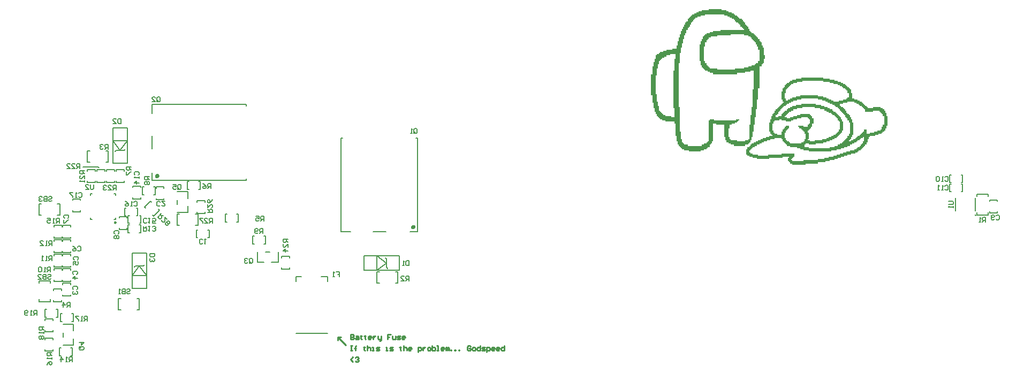
<source format=gbo>
G04*
G04 #@! TF.GenerationSoftware,Altium Limited,Altium Designer,23.0.1 (38)*
G04*
G04 Layer_Color=8421504*
%FSLAX44Y44*%
%MOMM*%
G71*
G04*
G04 #@! TF.SameCoordinates,8AFF7610-CFF1-491F-A99F-289BE66ABFEC*
G04*
G04*
G04 #@! TF.FilePolarity,Positive*
G04*
G01*
G75*
%ADD12C,0.2540*%
%ADD13C,0.1524*%
%ADD14C,0.1270*%
%ADD87C,0.6350*%
G36*
X203940Y284848D02*
X210923D01*
Y283102D01*
X214414D01*
Y281357D01*
X219651D01*
Y279611D01*
X223142D01*
Y277865D01*
X224888D01*
Y276120D01*
X228379D01*
Y274374D01*
X230125D01*
Y272628D01*
X231871D01*
Y270883D01*
X235362D01*
Y269137D01*
X237108D01*
Y267391D01*
X238853D01*
Y265646D01*
X240599D01*
Y262155D01*
X242344D01*
Y260409D01*
X244090D01*
Y258663D01*
X245836D01*
Y255172D01*
X247581D01*
Y251681D01*
X249327D01*
Y249935D01*
X251073D01*
Y248189D01*
X254564D01*
Y246444D01*
X256310D01*
Y244698D01*
X258055D01*
Y242952D01*
X259801D01*
Y241207D01*
X261546D01*
Y239461D01*
X263292D01*
Y235970D01*
X265038D01*
Y234224D01*
X266783D01*
Y228987D01*
X268529D01*
Y225496D01*
X270275D01*
Y213277D01*
X272020D01*
Y208040D01*
X270275D01*
Y201057D01*
X268529D01*
Y199312D01*
X266783D01*
Y195820D01*
X263292D01*
Y160907D01*
X261546D01*
Y143451D01*
X259801D01*
Y127740D01*
X258055D01*
Y115521D01*
X256310D01*
Y103301D01*
X254564D01*
Y92828D01*
X252818D01*
Y84100D01*
X251073D01*
Y78863D01*
X249327D01*
Y75371D01*
X247581D01*
Y73626D01*
X245836D01*
Y71880D01*
X240599D01*
Y70134D01*
X223142D01*
Y71880D01*
X217906D01*
Y73626D01*
X214414D01*
Y75371D01*
X210923D01*
Y78863D01*
X209177D01*
Y84100D01*
X207432D01*
Y103301D01*
X195212D01*
Y105047D01*
X189975D01*
Y77117D01*
X188230D01*
Y73626D01*
X186484D01*
Y71880D01*
X184738D01*
Y68389D01*
X181247D01*
Y66643D01*
X179501D01*
Y64897D01*
X176010D01*
Y63152D01*
X170773D01*
Y61406D01*
X151571D01*
Y63152D01*
X144589D01*
Y64897D01*
X141097D01*
Y66643D01*
X139352D01*
Y68389D01*
X137606D01*
Y70134D01*
X135861D01*
Y71880D01*
X134115D01*
Y77117D01*
X132369D01*
Y85845D01*
X130624D01*
Y105047D01*
X128878D01*
Y108538D01*
X114913D01*
Y110284D01*
X109676D01*
Y112030D01*
X106185D01*
Y113775D01*
X104439D01*
Y115521D01*
X102694D01*
Y117267D01*
X100948D01*
Y120758D01*
X99202D01*
Y124249D01*
X97457D01*
Y129486D01*
X95711D01*
Y138214D01*
X93965D01*
Y150434D01*
X92220D01*
Y183601D01*
X93965D01*
Y195820D01*
X95711D01*
Y202803D01*
X97457D01*
Y208040D01*
X99202D01*
Y213277D01*
X100948D01*
Y215022D01*
X104439D01*
Y216768D01*
X106185D01*
Y218514D01*
X111422D01*
Y220259D01*
X116659D01*
Y222005D01*
X125387D01*
Y223750D01*
X132369D01*
Y228987D01*
X134115D01*
Y235970D01*
X135861D01*
Y241207D01*
X137606D01*
Y246444D01*
X139352D01*
Y251681D01*
X141097D01*
Y255172D01*
X142843D01*
Y258663D01*
X144589D01*
Y262155D01*
X146334D01*
Y265646D01*
X148080D01*
Y267391D01*
X149826D01*
Y270883D01*
X151571D01*
Y272628D01*
X153317D01*
Y274374D01*
X155063D01*
Y276120D01*
X156808D01*
Y277865D01*
X160299D01*
Y279611D01*
X163791D01*
Y281357D01*
X167282D01*
Y283102D01*
X172519D01*
Y284848D01*
X182993D01*
Y286593D01*
X203940D01*
Y284848D01*
D02*
G37*
G36*
X364539Y176618D02*
X375013D01*
Y174873D01*
X381995D01*
Y173127D01*
X387232D01*
Y171381D01*
X392469D01*
Y169636D01*
X395961D01*
Y167890D01*
X399452D01*
Y166144D01*
X401197D01*
Y164399D01*
X402943D01*
Y162653D01*
X404689D01*
Y160907D01*
X406434D01*
Y159162D01*
X408180D01*
Y153925D01*
X409926D01*
Y145197D01*
X413417D01*
Y143451D01*
X418654D01*
Y141706D01*
X422145D01*
Y139960D01*
X425636D01*
Y138214D01*
X427382D01*
Y136469D01*
X429128D01*
Y134723D01*
X430873D01*
Y132977D01*
X432619D01*
Y131232D01*
X434365D01*
Y129486D01*
X443093D01*
Y131232D01*
X455312D01*
Y129486D01*
X458803D01*
Y127740D01*
X460549D01*
Y125995D01*
X462295D01*
Y122503D01*
X464040D01*
Y117267D01*
X465786D01*
Y101556D01*
X464040D01*
Y98065D01*
X462295D01*
Y94573D01*
X460549D01*
Y92828D01*
X458803D01*
Y91082D01*
X457058D01*
Y89336D01*
X451821D01*
Y87591D01*
X446584D01*
Y85845D01*
X437856D01*
Y84100D01*
X436110D01*
Y80608D01*
X434365D01*
Y75371D01*
X432619D01*
Y71880D01*
X430873D01*
Y70134D01*
X429128D01*
Y68389D01*
X427382D01*
Y66643D01*
X425636D01*
Y64897D01*
X423891D01*
Y63152D01*
X420399D01*
Y61406D01*
X418654D01*
Y59661D01*
X415163D01*
Y57915D01*
X408180D01*
Y56169D01*
X402943D01*
Y54424D01*
X397706D01*
Y52678D01*
X392469D01*
Y50932D01*
X387232D01*
Y49187D01*
X381995D01*
Y47441D01*
X375013D01*
Y45696D01*
X368030D01*
Y43950D01*
X355811D01*
Y42204D01*
X336609D01*
Y40459D01*
X315661D01*
Y42204D01*
X312170D01*
Y43950D01*
X310424D01*
Y45696D01*
X308679D01*
Y50932D01*
X310424D01*
Y52678D01*
X299951D01*
Y50932D01*
X279003D01*
Y49187D01*
X259801D01*
Y50932D01*
X252818D01*
Y52678D01*
X247581D01*
Y54424D01*
X244090D01*
Y56169D01*
X242344D01*
Y64897D01*
X244090D01*
Y68389D01*
X247581D01*
Y70134D01*
X249327D01*
Y71880D01*
X251073D01*
Y73626D01*
X254564D01*
Y75371D01*
X258055D01*
Y77117D01*
X261546D01*
Y78863D01*
X265038D01*
Y80608D01*
X268529D01*
Y82354D01*
X273766D01*
Y84100D01*
X279003D01*
Y85845D01*
X284240D01*
Y87591D01*
X282494D01*
Y89336D01*
X280749D01*
Y92828D01*
X279003D01*
Y106793D01*
X280749D01*
Y112030D01*
X282494D01*
Y117267D01*
X284240D01*
Y120758D01*
X285985D01*
Y122503D01*
X287731D01*
Y125995D01*
X289477D01*
Y127740D01*
X291222D01*
Y129486D01*
X292968D01*
Y131232D01*
X294714D01*
Y132977D01*
X296459D01*
Y134723D01*
X298205D01*
Y136469D01*
X299951D01*
Y138214D01*
X301696D01*
Y139960D01*
X299951D01*
Y143451D01*
X298205D01*
Y155671D01*
X299951D01*
Y160907D01*
X301696D01*
Y162653D01*
X303442D01*
Y166144D01*
X305187D01*
Y167890D01*
X306933D01*
Y169636D01*
X310424D01*
Y171381D01*
X312170D01*
Y173127D01*
X315661D01*
Y174873D01*
X320898D01*
Y176618D01*
X329626D01*
Y178364D01*
X364539D01*
Y176618D01*
D02*
G37*
%LPC*%
G36*
X238853Y246444D02*
X217906D01*
Y244698D01*
X196958D01*
Y242952D01*
X186484D01*
Y241207D01*
X182993D01*
Y239461D01*
X181247D01*
Y237716D01*
X179501D01*
Y234224D01*
X177756D01*
Y227242D01*
X176010D01*
Y204548D01*
X177756D01*
Y201057D01*
X179501D01*
Y197566D01*
X181247D01*
Y195820D01*
X182993D01*
Y194075D01*
X184738D01*
Y192329D01*
X196958D01*
Y190583D01*
X224888D01*
Y192329D01*
X238853D01*
Y194075D01*
X245836D01*
Y195820D01*
X251073D01*
Y197566D01*
X256310D01*
Y199312D01*
X258055D01*
Y201057D01*
X261546D01*
Y204548D01*
X263292D01*
Y222005D01*
X261546D01*
Y227242D01*
X259801D01*
Y230733D01*
X258055D01*
Y234224D01*
X256310D01*
Y235970D01*
X254564D01*
Y237716D01*
X252818D01*
Y239461D01*
X251073D01*
Y241207D01*
X249327D01*
Y242952D01*
X245836D01*
Y244698D01*
X238853D01*
Y246444D01*
D02*
G37*
G36*
X130624Y215022D02*
X121896D01*
Y213277D01*
X116659D01*
Y211531D01*
X113167D01*
Y209785D01*
X109676D01*
Y208040D01*
X107930D01*
Y206294D01*
X106185D01*
Y204548D01*
X104439D01*
Y199312D01*
X102694D01*
Y192329D01*
X100948D01*
Y181855D01*
X99202D01*
Y152179D01*
X100948D01*
Y139960D01*
X102694D01*
Y132977D01*
X104439D01*
Y125995D01*
X106185D01*
Y124249D01*
X107930D01*
Y122503D01*
X109676D01*
Y120758D01*
X111422D01*
Y119012D01*
X114913D01*
Y117267D01*
X123641D01*
Y115521D01*
X128878D01*
Y129486D01*
X127132D01*
Y188838D01*
X128878D01*
Y208040D01*
X130624D01*
Y215022D01*
D02*
G37*
G36*
X207432Y277865D02*
X177756D01*
Y276120D01*
X170773D01*
Y274374D01*
X165536D01*
Y272628D01*
X162045D01*
Y270883D01*
X160299D01*
Y269137D01*
X158554D01*
Y267391D01*
X156808D01*
Y265646D01*
X155063D01*
Y262155D01*
X153317D01*
Y258663D01*
X151571D01*
Y256918D01*
X149826D01*
Y253426D01*
X148080D01*
Y248189D01*
X146334D01*
Y244698D01*
X144589D01*
Y239461D01*
X142843D01*
Y232479D01*
X141097D01*
Y225496D01*
X139352D01*
Y216768D01*
X137606D01*
Y201057D01*
X135861D01*
Y131232D01*
X137606D01*
Y92828D01*
X139352D01*
Y80608D01*
X141097D01*
Y75371D01*
X142843D01*
Y73626D01*
X144589D01*
Y71880D01*
X149826D01*
Y70134D01*
X172519D01*
Y71880D01*
X176010D01*
Y73626D01*
X179501D01*
Y75371D01*
X181247D01*
Y77117D01*
X182993D01*
Y110284D01*
X184738D01*
Y112030D01*
X191721D01*
Y110284D01*
X226634D01*
Y112030D01*
X231871D01*
Y110284D01*
X230125D01*
Y108538D01*
X228379D01*
Y106793D01*
X224888D01*
Y105047D01*
X219651D01*
Y103301D01*
X216160D01*
Y98065D01*
X214414D01*
Y84100D01*
X216160D01*
Y80608D01*
X217906D01*
Y78863D01*
X228379D01*
Y77117D01*
X240599D01*
Y78863D01*
X245836D01*
Y80608D01*
X247581D01*
Y103301D01*
X249327D01*
Y119012D01*
X251073D01*
Y131232D01*
X252818D01*
Y159162D01*
X254564D01*
Y188838D01*
X249327D01*
Y187092D01*
X240599D01*
Y185346D01*
X228379D01*
Y183601D01*
X189975D01*
Y185346D01*
X184738D01*
Y187092D01*
X181247D01*
Y188838D01*
X177756D01*
Y190583D01*
X176010D01*
Y192329D01*
X174265D01*
Y194075D01*
X172519D01*
Y197566D01*
X170773D01*
Y204548D01*
X169028D01*
Y230733D01*
X170773D01*
Y235970D01*
X172519D01*
Y239461D01*
X174265D01*
Y242952D01*
X176010D01*
Y244698D01*
X177756D01*
Y246444D01*
X179501D01*
Y248189D01*
X184738D01*
Y249935D01*
X189975D01*
Y251681D01*
X202195D01*
Y253426D01*
X238853D01*
Y255172D01*
X237108D01*
Y256918D01*
X235362D01*
Y258663D01*
X233616D01*
Y262155D01*
X231871D01*
Y263900D01*
X230125D01*
Y265646D01*
X226634D01*
Y267391D01*
X224888D01*
Y269137D01*
X223142D01*
Y270883D01*
X219651D01*
Y272628D01*
X216160D01*
Y274374D01*
X212669D01*
Y276120D01*
X207432D01*
Y277865D01*
D02*
G37*
G36*
X364539Y173127D02*
X331372D01*
Y171381D01*
X322644D01*
Y169636D01*
X317407D01*
Y167890D01*
X313916D01*
Y166144D01*
X312170D01*
Y164399D01*
X310424D01*
Y162653D01*
X308679D01*
Y160907D01*
X306933D01*
Y159162D01*
X305187D01*
Y153925D01*
X303442D01*
Y145197D01*
X305187D01*
Y141706D01*
X308679D01*
Y143451D01*
X312170D01*
Y145197D01*
X315661D01*
Y146942D01*
X320898D01*
Y148688D01*
X327881D01*
Y150434D01*
X355811D01*
Y148688D01*
X364539D01*
Y146942D01*
X369776D01*
Y145197D01*
X373267D01*
Y143451D01*
X376758D01*
Y141706D01*
X380250D01*
Y139960D01*
X388978D01*
Y141706D01*
X395961D01*
Y143451D01*
X401197D01*
Y145197D01*
X402943D01*
Y146942D01*
X404689D01*
Y153925D01*
X402943D01*
Y157416D01*
X401197D01*
Y159162D01*
X399452D01*
Y160907D01*
X395961D01*
Y162653D01*
X394215D01*
Y164399D01*
X390724D01*
Y166144D01*
X387232D01*
Y167890D01*
X380250D01*
Y169636D01*
X375013D01*
Y171381D01*
X364539D01*
Y173127D01*
D02*
G37*
G36*
X340100Y115521D02*
X329626D01*
Y113775D01*
X322644D01*
Y112030D01*
X317407D01*
Y110284D01*
X313916D01*
Y108538D01*
X305187D01*
Y110284D01*
X298205D01*
Y112030D01*
X294714D01*
Y110284D01*
X287731D01*
Y108538D01*
X285985D01*
Y105047D01*
X284240D01*
Y94573D01*
X285985D01*
Y91082D01*
X287731D01*
Y89336D01*
X291222D01*
Y87591D01*
X298205D01*
Y92828D01*
X299951D01*
Y96319D01*
X301696D01*
Y98065D01*
X303442D01*
Y99810D01*
X305187D01*
Y101556D01*
X310424D01*
Y98065D01*
X308679D01*
Y96319D01*
X306933D01*
Y94573D01*
X305187D01*
Y91082D01*
X303442D01*
Y82354D01*
X305187D01*
Y78863D01*
X306933D01*
Y77117D01*
X310424D01*
Y75371D01*
X312170D01*
Y73626D01*
X329626D01*
Y75371D01*
X333118D01*
Y77117D01*
X334863D01*
Y80608D01*
X336609D01*
Y89336D01*
X334863D01*
Y92828D01*
X333118D01*
Y94573D01*
X331372D01*
Y96319D01*
X329626D01*
Y98065D01*
X326135D01*
Y99810D01*
X324389D01*
Y101556D01*
X333118D01*
Y99810D01*
X340100D01*
Y103301D01*
X341846D01*
Y105047D01*
X343591D01*
Y112030D01*
X341846D01*
Y113775D01*
X340100D01*
Y115521D01*
D02*
G37*
G36*
X413417Y139960D02*
X402943D01*
Y138214D01*
X395961D01*
Y136469D01*
X390724D01*
Y132977D01*
X392469D01*
Y131232D01*
X395961D01*
Y129486D01*
X397706D01*
Y127740D01*
X399452D01*
Y125995D01*
X401197D01*
Y122503D01*
X402943D01*
Y120758D01*
X404689D01*
Y119012D01*
X406434D01*
Y115521D01*
X408180D01*
Y112030D01*
X409926D01*
Y106793D01*
X411671D01*
Y87591D01*
X409926D01*
Y84100D01*
X408180D01*
Y80608D01*
X406434D01*
Y78863D01*
X404689D01*
Y77117D01*
X408180D01*
Y78863D01*
X411671D01*
Y80608D01*
X415163D01*
Y82354D01*
X416908D01*
Y84100D01*
X418654D01*
Y85845D01*
X422145D01*
Y87591D01*
X423891D01*
Y89336D01*
X425636D01*
Y91082D01*
X427382D01*
Y92828D01*
X429128D01*
Y96319D01*
X432619D01*
Y89336D01*
X437856D01*
Y91082D01*
X444838D01*
Y92828D01*
X450075D01*
Y94573D01*
X455312D01*
Y96319D01*
X457058D01*
Y99810D01*
X458803D01*
Y103301D01*
X460549D01*
Y117267D01*
X458803D01*
Y120758D01*
X457058D01*
Y122503D01*
X455312D01*
Y124249D01*
X453567D01*
Y125995D01*
X443093D01*
Y124249D01*
X430873D01*
Y127740D01*
X429128D01*
Y129486D01*
X427382D01*
Y131232D01*
X425636D01*
Y132977D01*
X422145D01*
Y134723D01*
X420399D01*
Y136469D01*
X416908D01*
Y138214D01*
X413417D01*
Y139960D01*
D02*
G37*
G36*
X350574Y131232D02*
X331372D01*
Y129486D01*
X322644D01*
Y127740D01*
X317407D01*
Y125995D01*
X313916D01*
Y124249D01*
X310424D01*
Y122503D01*
X308679D01*
Y120758D01*
X306933D01*
Y119012D01*
X305187D01*
Y117267D01*
X303442D01*
Y115521D01*
X306933D01*
Y113775D01*
X312170D01*
Y115521D01*
X317407D01*
Y117267D01*
X322644D01*
Y119012D01*
X327881D01*
Y120758D01*
X343591D01*
Y119012D01*
X345337D01*
Y117267D01*
X347083D01*
Y113775D01*
X348828D01*
Y105047D01*
X347083D01*
Y99810D01*
X345337D01*
Y98065D01*
X343591D01*
Y96319D01*
X341846D01*
Y94573D01*
X340100D01*
Y91082D01*
X341846D01*
Y80608D01*
X340100D01*
Y78863D01*
X343591D01*
Y77117D01*
X350574D01*
Y78863D01*
X362793D01*
Y80608D01*
X369776D01*
Y82354D01*
X373267D01*
Y84100D01*
X376758D01*
Y85845D01*
X380250D01*
Y87591D01*
X383741D01*
Y89336D01*
X385487D01*
Y91082D01*
X387232D01*
Y92828D01*
X388978D01*
Y96319D01*
X390724D01*
Y108538D01*
X388978D01*
Y110284D01*
X387232D01*
Y113775D01*
X385487D01*
Y115521D01*
X383741D01*
Y117267D01*
X381995D01*
Y119012D01*
X378504D01*
Y120758D01*
X376758D01*
Y122503D01*
X373267D01*
Y124249D01*
X369776D01*
Y125995D01*
X366285D01*
Y127740D01*
X359302D01*
Y129486D01*
X350574D01*
Y131232D01*
D02*
G37*
G36*
X355811Y145197D02*
X329626D01*
Y143451D01*
X322644D01*
Y141706D01*
X317407D01*
Y139960D01*
X313916D01*
Y138214D01*
X310424D01*
Y136469D01*
X306933D01*
Y134723D01*
X305187D01*
Y132977D01*
X301696D01*
Y131232D01*
X299951D01*
Y129486D01*
X298205D01*
Y127740D01*
X296459D01*
Y125995D01*
X294714D01*
Y124249D01*
X292968D01*
Y120758D01*
X291222D01*
Y119012D01*
X289477D01*
Y115521D01*
X292968D01*
Y117267D01*
X298205D01*
Y120758D01*
X299951D01*
Y122503D01*
X301696D01*
Y124249D01*
X303442D01*
Y125995D01*
X306933D01*
Y127740D01*
X308679D01*
Y129486D01*
X312170D01*
Y131232D01*
X315661D01*
Y132977D01*
X320898D01*
Y134723D01*
X329626D01*
Y136469D01*
X352320D01*
Y134723D01*
X361048D01*
Y132977D01*
X366285D01*
Y131232D01*
X371522D01*
Y129486D01*
X375013D01*
Y127740D01*
X378504D01*
Y125995D01*
X380250D01*
Y124249D01*
X383741D01*
Y122503D01*
X385487D01*
Y120758D01*
X387232D01*
Y119012D01*
X388978D01*
Y117267D01*
X390724D01*
Y115521D01*
X392469D01*
Y112030D01*
X394215D01*
Y108538D01*
X395961D01*
Y94573D01*
X394215D01*
Y91082D01*
X392469D01*
Y89336D01*
X390724D01*
Y87591D01*
X388978D01*
Y85845D01*
X387232D01*
Y84100D01*
X385487D01*
Y82354D01*
X381995D01*
Y80608D01*
X378504D01*
Y78863D01*
X375013D01*
Y77117D01*
X369776D01*
Y75371D01*
X364539D01*
Y73626D01*
X352320D01*
Y71880D01*
X341846D01*
Y73626D01*
X336609D01*
Y71880D01*
X334863D01*
Y68389D01*
X341846D01*
Y66643D01*
X375013D01*
Y68389D01*
X381995D01*
Y70134D01*
X387232D01*
Y71880D01*
X390724D01*
Y73626D01*
X394215D01*
Y75371D01*
X395961D01*
Y77117D01*
X397706D01*
Y78863D01*
X399452D01*
Y80608D01*
X401197D01*
Y82354D01*
X402943D01*
Y85845D01*
X404689D01*
Y89336D01*
X406434D01*
Y106793D01*
X404689D01*
Y110284D01*
X402943D01*
Y113775D01*
X401197D01*
Y115521D01*
X399452D01*
Y119012D01*
X397706D01*
Y120758D01*
X395961D01*
Y122503D01*
X394215D01*
Y124249D01*
X392469D01*
Y125995D01*
X390724D01*
Y127740D01*
X388978D01*
Y129486D01*
X387232D01*
Y131232D01*
X383741D01*
Y132977D01*
X381995D01*
Y134723D01*
X378504D01*
Y136469D01*
X375013D01*
Y138214D01*
X371522D01*
Y139960D01*
X368030D01*
Y141706D01*
X362793D01*
Y143451D01*
X355811D01*
Y145197D01*
D02*
G37*
G36*
X429128Y84100D02*
X427382D01*
Y82354D01*
X423891D01*
Y80608D01*
X422145D01*
Y78863D01*
X418654D01*
Y77117D01*
X416908D01*
Y75371D01*
X413417D01*
Y73626D01*
X409926D01*
Y71880D01*
X406434D01*
Y70134D01*
X402943D01*
Y68389D01*
X397706D01*
Y66643D01*
X392469D01*
Y64897D01*
X385487D01*
Y63152D01*
X376758D01*
Y61406D01*
X341846D01*
Y63152D01*
X333118D01*
Y64897D01*
X327881D01*
Y66643D01*
X322644D01*
Y68389D01*
X312170D01*
Y70134D01*
X306933D01*
Y71880D01*
X305187D01*
Y73626D01*
X303442D01*
Y75371D01*
X301696D01*
Y77117D01*
X299951D01*
Y80608D01*
X298205D01*
Y82354D01*
X287731D01*
Y80608D01*
X280749D01*
Y78863D01*
X275511D01*
Y77117D01*
X270275D01*
Y75371D01*
X266783D01*
Y73626D01*
X263292D01*
Y71880D01*
X259801D01*
Y70134D01*
X256310D01*
Y68389D01*
X252818D01*
Y66643D01*
X251073D01*
Y64897D01*
X249327D01*
Y63152D01*
X247581D01*
Y59661D01*
X249327D01*
Y57915D01*
X252818D01*
Y56169D01*
X261546D01*
Y54424D01*
X277257D01*
Y56169D01*
X298205D01*
Y57915D01*
X319153D01*
Y52678D01*
X317407D01*
Y50932D01*
X315661D01*
Y49187D01*
X313916D01*
Y47441D01*
X315661D01*
Y45696D01*
X333118D01*
Y47441D01*
X355811D01*
Y49187D01*
X366285D01*
Y50932D01*
X373267D01*
Y52678D01*
X380250D01*
Y54424D01*
X385487D01*
Y56169D01*
X390724D01*
Y57915D01*
X395961D01*
Y59661D01*
X401197D01*
Y61406D01*
X406434D01*
Y63152D01*
X413417D01*
Y64897D01*
X416908D01*
Y66643D01*
X418654D01*
Y68389D01*
X422145D01*
Y70134D01*
X423891D01*
Y71880D01*
X425636D01*
Y73626D01*
X427382D01*
Y77117D01*
X429128D01*
Y84100D01*
D02*
G37*
%LPD*%
D12*
X-754200Y-51310D02*
G03*
X-754200Y-51310I-1270J0D01*
G01*
X-403860Y-232410D02*
X-398780D01*
X-403860Y-237490D02*
Y-232410D01*
X-391160Y-245110D01*
X-383540Y-228610D02*
Y-236227D01*
X-379731D01*
X-378462Y-234958D01*
Y-233688D01*
X-379731Y-232419D01*
X-383540D01*
X-379731D01*
X-378462Y-231149D01*
Y-229880D01*
X-379731Y-228610D01*
X-383540D01*
X-374653Y-231149D02*
X-372114D01*
X-370844Y-232419D01*
Y-236227D01*
X-374653D01*
X-375923Y-234958D01*
X-374653Y-233688D01*
X-370844D01*
X-367035Y-229880D02*
Y-231149D01*
X-368305D01*
X-365766D01*
X-367035D01*
Y-234958D01*
X-365766Y-236227D01*
X-360687Y-229880D02*
Y-231149D01*
X-361957D01*
X-359418D01*
X-360687D01*
Y-234958D01*
X-359418Y-236227D01*
X-351800D02*
X-354339D01*
X-355609Y-234958D01*
Y-232419D01*
X-354339Y-231149D01*
X-351800D01*
X-350531Y-232419D01*
Y-233688D01*
X-355609D01*
X-347991Y-231149D02*
Y-236227D01*
Y-233688D01*
X-346722Y-232419D01*
X-345452Y-231149D01*
X-344183D01*
X-340374D02*
Y-234958D01*
X-339104Y-236227D01*
X-335296D01*
Y-237497D01*
X-336565Y-238767D01*
X-337835D01*
X-335296Y-236227D02*
Y-231149D01*
X-320061Y-228610D02*
X-325139D01*
Y-232419D01*
X-322600D01*
X-325139D01*
Y-236227D01*
X-317521Y-231149D02*
Y-234958D01*
X-316252Y-236227D01*
X-312443D01*
Y-231149D01*
X-309904Y-236227D02*
X-306095D01*
X-304825Y-234958D01*
X-306095Y-233688D01*
X-308634D01*
X-309904Y-232419D01*
X-308634Y-231149D01*
X-304825D01*
X-298477Y-236227D02*
X-301017D01*
X-302286Y-234958D01*
Y-232419D01*
X-301017Y-231149D01*
X-298477D01*
X-297208Y-232419D01*
Y-233688D01*
X-302286D01*
X-383540Y-246386D02*
X-381001D01*
X-382270D01*
Y-254004D01*
X-383540D01*
X-381001D01*
X-375923D02*
Y-247656D01*
Y-250195D01*
X-377192D01*
X-374653D01*
X-375923D01*
Y-247656D01*
X-374653Y-246386D01*
X-361957Y-247656D02*
Y-248925D01*
X-363227D01*
X-360687D01*
X-361957D01*
Y-252734D01*
X-360687Y-254004D01*
X-356879Y-246386D02*
Y-254004D01*
Y-250195D01*
X-355609Y-248925D01*
X-353070D01*
X-351800Y-250195D01*
Y-254004D01*
X-349261D02*
X-346722D01*
X-347991D01*
Y-248925D01*
X-349261D01*
X-342913Y-254004D02*
X-339104D01*
X-337835Y-252734D01*
X-339104Y-251465D01*
X-341644D01*
X-342913Y-250195D01*
X-341644Y-248925D01*
X-337835D01*
X-327678Y-254004D02*
X-325139D01*
X-326409D01*
Y-248925D01*
X-327678D01*
X-321330Y-254004D02*
X-317521D01*
X-316252Y-252734D01*
X-317521Y-251465D01*
X-320061D01*
X-321330Y-250195D01*
X-320061Y-248925D01*
X-316252D01*
X-304825Y-247656D02*
Y-248925D01*
X-306095D01*
X-303556D01*
X-304825D01*
Y-252734D01*
X-303556Y-254004D01*
X-299747Y-246386D02*
Y-254004D01*
Y-250195D01*
X-298477Y-248925D01*
X-295938D01*
X-294669Y-250195D01*
Y-254004D01*
X-288321D02*
X-290860D01*
X-292130Y-252734D01*
Y-250195D01*
X-290860Y-248925D01*
X-288321D01*
X-287051Y-250195D01*
Y-251465D01*
X-292130D01*
X-276894Y-256543D02*
Y-248925D01*
X-273086D01*
X-271816Y-250195D01*
Y-252734D01*
X-273086Y-254004D01*
X-276894D01*
X-269277Y-248925D02*
Y-254004D01*
Y-251465D01*
X-268007Y-250195D01*
X-266738Y-248925D01*
X-265468D01*
X-260390Y-254004D02*
X-257851D01*
X-256581Y-252734D01*
Y-250195D01*
X-257851Y-248925D01*
X-260390D01*
X-261659Y-250195D01*
Y-252734D01*
X-260390Y-254004D01*
X-254042Y-246386D02*
Y-254004D01*
X-250233D01*
X-248964Y-252734D01*
Y-251465D01*
Y-250195D01*
X-250233Y-248925D01*
X-254042D01*
X-246424Y-254004D02*
X-243885D01*
X-245155D01*
Y-246386D01*
X-246424D01*
X-236268Y-254004D02*
X-238807D01*
X-240076Y-252734D01*
Y-250195D01*
X-238807Y-248925D01*
X-236268D01*
X-234998Y-250195D01*
Y-251465D01*
X-240076D01*
X-232459Y-254004D02*
Y-248925D01*
X-231189D01*
X-229920Y-250195D01*
Y-254004D01*
Y-250195D01*
X-228650Y-248925D01*
X-227381Y-250195D01*
Y-254004D01*
X-224841D02*
Y-252734D01*
X-223572D01*
Y-254004D01*
X-224841D01*
X-218493D02*
Y-252734D01*
X-217224D01*
Y-254004D01*
X-218493D01*
X-212146D02*
Y-252734D01*
X-210876D01*
Y-254004D01*
X-212146D01*
X-193102Y-247656D02*
X-194371Y-246386D01*
X-196910D01*
X-198180Y-247656D01*
Y-252734D01*
X-196910Y-254004D01*
X-194371D01*
X-193102Y-252734D01*
Y-250195D01*
X-195641D01*
X-189293Y-254004D02*
X-186754D01*
X-185484Y-252734D01*
Y-250195D01*
X-186754Y-248925D01*
X-189293D01*
X-190562Y-250195D01*
Y-252734D01*
X-189293Y-254004D01*
X-177867Y-246386D02*
Y-254004D01*
X-181675D01*
X-182945Y-252734D01*
Y-250195D01*
X-181675Y-248925D01*
X-177867D01*
X-175327Y-254004D02*
X-171519D01*
X-170249Y-252734D01*
X-171519Y-251465D01*
X-174058D01*
X-175327Y-250195D01*
X-174058Y-248925D01*
X-170249D01*
X-167710Y-256543D02*
Y-248925D01*
X-163901D01*
X-162631Y-250195D01*
Y-252734D01*
X-163901Y-254004D01*
X-167710D01*
X-156284D02*
X-158823D01*
X-160092Y-252734D01*
Y-250195D01*
X-158823Y-248925D01*
X-156284D01*
X-155014Y-250195D01*
Y-251465D01*
X-160092D01*
X-148666Y-254004D02*
X-151205D01*
X-152475Y-252734D01*
Y-250195D01*
X-151205Y-248925D01*
X-148666D01*
X-147396Y-250195D01*
Y-251465D01*
X-152475D01*
X-139779Y-246386D02*
Y-254004D01*
X-143588D01*
X-144857Y-252734D01*
Y-250195D01*
X-143588Y-248925D01*
X-139779D01*
X-379731Y-271780D02*
X-383540Y-267971D01*
X-379731Y-264163D01*
X-375923Y-265432D02*
X-374653Y-264163D01*
X-372114D01*
X-370844Y-265432D01*
Y-266702D01*
X-372114Y-267971D01*
X-373383D01*
X-372114D01*
X-370844Y-269241D01*
Y-270510D01*
X-372114Y-271780D01*
X-374653D01*
X-375923Y-270510D01*
D13*
X-657860Y-55880D02*
Y-38100D01*
X-654050D01*
X-624840Y-55880D02*
Y-38100D01*
X-628650Y-55880D02*
X-624840D01*
X-657860D02*
X-654050D01*
X-628650Y-38100D02*
X-624840D01*
X-657225Y-2540D02*
X-640715D01*
X-657225Y-35560D02*
X-640715D01*
Y-12929D02*
Y-2540D01*
X-657225Y-22454D02*
Y-15646D01*
X-640715Y-35560D02*
Y-25171D01*
X-694536Y-40884D02*
X-685556Y-31904D01*
X-696332Y-39088D02*
X-694536Y-40884D01*
X-687352Y-30108D02*
X-685556Y-31904D01*
X-708904Y-26516D02*
X-707108Y-28312D01*
X-699924Y-17536D02*
X-698128Y-19332D01*
X-708904Y-26516D02*
X-699924Y-17536D01*
X-626110Y-36830D02*
X-613410D01*
X-626110D02*
Y-34290D01*
X-613410Y-36830D02*
Y-34290D01*
X-626110Y-19050D02*
Y-16510D01*
X-613410Y-19050D02*
Y-16510D01*
X-626110D02*
X-613410D01*
X-794840Y-8140D02*
Y-5590D01*
X-757020Y-5410D02*
X-754470D01*
X-794840Y-46230D02*
Y-43690D01*
Y-46230D02*
X-792290D01*
X-794820Y-5590D02*
X-792320D01*
X-757020Y-46230D02*
X-754520D01*
X-754470D02*
Y-43680D01*
Y-7910D02*
Y-5410D01*
X573532Y-33020D02*
Y-12700D01*
X605028Y-33020D02*
Y-12700D01*
X-843280Y-39370D02*
Y-21590D01*
X-847090Y-39370D02*
X-843280D01*
X-876300D02*
Y-21590D01*
X-872490D01*
X-847090D02*
X-843280D01*
X-876300Y-39370D02*
X-872490D01*
X-876300Y-176530D02*
X-858520D01*
X-876300D02*
Y-172720D01*
Y-143510D02*
X-858520D01*
Y-147320D02*
Y-143510D01*
Y-176530D02*
Y-172720D01*
X-876300Y-147320D02*
Y-143510D01*
X-717550Y-189230D02*
Y-171450D01*
X-721360Y-189230D02*
X-717550D01*
X-750570D02*
Y-171450D01*
X-746760D01*
X-721360D02*
X-717550D01*
X-750570Y-189230D02*
X-746760D01*
X-492580Y-104650D02*
X-479880D01*
Y-107190D02*
Y-104650D01*
X-492580Y-107190D02*
Y-104650D01*
X-479880Y-124970D02*
Y-122430D01*
X-492580Y-124970D02*
Y-122430D01*
Y-124970D02*
X-479880D01*
X-769440Y12190D02*
X-756740D01*
X-769440D02*
Y14730D01*
X-756740Y12190D02*
Y14730D01*
X-769440Y29970D02*
Y32510D01*
X-756740Y29970D02*
Y32510D01*
X-769440D02*
X-756740D01*
X-784680Y12190D02*
X-771980D01*
X-784680D02*
Y14730D01*
X-771980Y12190D02*
Y14730D01*
X-784680Y29970D02*
Y32510D01*
X-771980Y29970D02*
Y32510D01*
X-784680D02*
X-771980D01*
X-799920Y12190D02*
X-787220D01*
X-799920D02*
Y14730D01*
X-787220Y12190D02*
Y14730D01*
X-799920Y29970D02*
Y32510D01*
X-787220Y29970D02*
Y32510D01*
X-799920D02*
X-787220D01*
X-846116Y-200821D02*
Y-188121D01*
X-848656Y-200821D02*
X-846116D01*
X-848656Y-188121D02*
X-846116D01*
X-866436Y-200821D02*
X-863896D01*
X-866436Y-188121D02*
X-863896D01*
X-866436Y-200821D02*
Y-188121D01*
Y-223681D02*
X-853736D01*
X-866436D02*
Y-221141D01*
X-853736Y-223681D02*
Y-221141D01*
X-866436Y-205901D02*
Y-203361D01*
X-853736Y-205901D02*
Y-203361D01*
X-866436D02*
X-853736D01*
X-821690Y-208280D02*
Y-195580D01*
X-824230Y-208280D02*
X-821690D01*
X-824230Y-195580D02*
X-821690D01*
X-842010Y-208280D02*
X-839470D01*
X-842010Y-195580D02*
X-839470D01*
X-842010Y-208280D02*
Y-195580D01*
X-866436Y-233841D02*
X-853736D01*
Y-236381D02*
Y-233841D01*
X-866436Y-236381D02*
Y-233841D01*
X-853736Y-254161D02*
Y-251621D01*
X-866436Y-254161D02*
Y-251621D01*
Y-254161D02*
X-853736D01*
X-852600Y-76030D02*
X-839901D01*
X-852600D02*
Y-73490D01*
X-839901Y-76030D02*
Y-73490D01*
X-852600Y-58250D02*
Y-55710D01*
X-839901Y-58250D02*
Y-55710D01*
X-852600D02*
X-839901D01*
X-823256Y-261781D02*
Y-249081D01*
X-825796Y-261781D02*
X-823256D01*
X-825796Y-249081D02*
X-823256D01*
X-843576Y-261781D02*
X-841036D01*
X-843576Y-249081D02*
X-841036D01*
X-843576Y-261781D02*
Y-249081D01*
X-735150Y-67820D02*
Y-55120D01*
X-732610D01*
X-735150Y-67820D02*
X-732610D01*
X-717370Y-55120D02*
X-714830D01*
X-717370Y-67820D02*
X-714830D01*
Y-55120D01*
X-852600Y-98890D02*
X-839901D01*
X-852600D02*
Y-96350D01*
X-839901Y-98890D02*
Y-96350D01*
X-852600Y-81110D02*
Y-78570D01*
X-839901Y-81110D02*
Y-78570D01*
X-852600D02*
X-839901D01*
X-852600Y-121750D02*
X-839901D01*
X-852600D02*
Y-119210D01*
X-839901Y-121750D02*
Y-119210D01*
X-852600Y-103970D02*
Y-101430D01*
X-839901Y-103970D02*
Y-101430D01*
X-852600D02*
X-839901D01*
X-852600Y-144610D02*
X-839901D01*
X-852600D02*
Y-142070D01*
X-839901Y-144610D02*
Y-142070D01*
X-852600Y-126830D02*
Y-124290D01*
X-839901Y-126830D02*
Y-124290D01*
X-852600D02*
X-839901D01*
X-538300Y-85600D02*
Y-72900D01*
X-535760D01*
X-538300Y-85600D02*
X-535760D01*
X-520520Y-72900D02*
X-517980D01*
X-520520Y-85600D02*
X-517980D01*
Y-72900D01*
X-692150Y-7620D02*
Y5080D01*
X-694690Y-7620D02*
X-692150D01*
X-694690Y5080D02*
X-692150D01*
X-712470Y-7620D02*
X-709930D01*
X-712470Y5080D02*
X-709930D01*
X-712470Y-7620D02*
Y5080D01*
X-754200Y32510D02*
X-741500D01*
Y29970D02*
Y32510D01*
X-754200Y29970D02*
Y32510D01*
X-741500Y12190D02*
Y14730D01*
X-754200Y12190D02*
Y14730D01*
Y12190D02*
X-741500D01*
X-620850Y760D02*
Y13460D01*
X-623390Y760D02*
X-620850D01*
X-623390Y13460D02*
X-620850D01*
X-641170Y760D02*
X-638630D01*
X-641170Y13460D02*
X-638630D01*
X-641170Y760D02*
Y13460D01*
X-561340Y-50800D02*
Y-38100D01*
X-563880Y-50800D02*
X-561340D01*
X-563880Y-38100D02*
X-561340D01*
X-581660Y-50800D02*
X-579120D01*
X-581660Y-38100D02*
X-579120D01*
X-581660Y-50800D02*
Y-38100D01*
X-853440Y-156210D02*
X-840740D01*
Y-158750D02*
Y-156210D01*
X-853440Y-158750D02*
Y-156210D01*
X-840740Y-176530D02*
Y-173990D01*
X-853440Y-176530D02*
Y-173990D01*
Y-176530D02*
X-840740D01*
X-799539Y43940D02*
Y61720D01*
X-795729D01*
X-766519Y43940D02*
Y61720D01*
X-770329Y43940D02*
X-766519D01*
X-799539D02*
X-795729D01*
X-770329Y61720D02*
X-766519D01*
X-341249Y-147320D02*
Y-129540D01*
X-337439D01*
X-308229Y-147320D02*
Y-129540D01*
X-312039Y-147320D02*
X-308229D01*
X-341249D02*
X-337439D01*
X-312039Y-129540D02*
X-308229D01*
X607060Y-39370D02*
X624840D01*
X607060D02*
Y-35560D01*
Y-6350D02*
X624840D01*
Y-10160D02*
Y-6350D01*
Y-39370D02*
Y-35560D01*
X607060Y-10160D02*
Y-6350D01*
X-837861Y-212251D02*
X-821351D01*
X-837861Y-245271D02*
X-821351D01*
Y-222640D02*
Y-212251D01*
X-837861Y-232165D02*
Y-225357D01*
X-821351Y-245271D02*
Y-234882D01*
X-497660Y-114175D02*
Y-97665D01*
X-530680Y-114175D02*
Y-97665D01*
X-508049Y-114175D02*
X-497660D01*
X-517574Y-97665D02*
X-510766D01*
X-530680Y-114175D02*
X-520291D01*
X-697050Y121410D02*
Y136015D01*
Y15365D02*
Y27430D01*
Y15365D02*
X-548460D01*
Y133373D02*
Y136015D01*
X-697050D02*
X-548460D01*
X-697050Y65530D02*
Y85850D01*
X-548460Y15365D02*
Y18007D01*
X-398145Y-66040D02*
X-383540D01*
X-289560D02*
X-277495D01*
Y82550D01*
X-398145D02*
X-395503D01*
X-398145Y-66040D02*
Y82550D01*
X-347980Y-66040D02*
X-327660D01*
X-280137Y82550D02*
X-277495D01*
X-419860Y-144790D02*
Y-137170D01*
X-429620D02*
X-419860D01*
X-469860Y-144790D02*
Y-137170D01*
X-461370D01*
X-469860Y-226580D02*
X-469480D01*
X-419860D01*
X-711020Y-119890D02*
X-709115Y-117985D01*
X-725625Y-121795D02*
X-723720Y-119890D01*
X-728800Y-155450D02*
X-705940D01*
X-728800D02*
Y-99570D01*
X-705940D01*
Y-155450D02*
Y-99570D01*
X-723720Y-119890D02*
X-711020D01*
X-717370D02*
X-705940Y-135130D01*
X-728800D02*
X-705940D01*
X-728800D02*
X-717370Y-119890D01*
X-756105Y61085D02*
X-754200Y62990D01*
X-741500D02*
X-739595Y64895D01*
X-759280Y98550D02*
X-736420D01*
Y42670D02*
Y98550D01*
X-759280Y42670D02*
X-736420D01*
X-759280D02*
Y98550D01*
X-754200Y62990D02*
X-741500D01*
X-759280Y78230D02*
X-747850Y62990D01*
X-759280Y78230D02*
X-736420D01*
X-747850Y62990D02*
X-736420Y78230D01*
X-326230Y-121920D02*
X-324325Y-123825D01*
X-328135Y-107315D02*
X-326230Y-109220D01*
X-361790Y-127000D02*
Y-104140D01*
X-305910D01*
Y-127000D02*
Y-104140D01*
X-361790Y-127000D02*
X-305910D01*
X-326230Y-121920D02*
Y-109220D01*
X-341470Y-127000D02*
X-326230Y-115570D01*
X-341470Y-127000D02*
Y-104140D01*
X-326230Y-115570D01*
X-810610Y-15970D02*
Y-13970D01*
X-822610Y-15980D02*
Y-13970D01*
X-810610D01*
X-822610Y-34290D02*
Y-32290D01*
X-810610Y-34290D02*
Y-32280D01*
X-822610Y-34290D02*
X-810610D01*
X-740410Y-28290D02*
X-738410D01*
X-740410Y-40290D02*
X-738400D01*
X-740410D02*
Y-28290D01*
X-722090Y-40290D02*
X-720090D01*
X-722100Y-28290D02*
X-720090D01*
Y-40290D02*
Y-28290D01*
X-735150Y-40230D02*
X-733150D01*
X-735150Y-52230D02*
X-733140D01*
X-735150D02*
Y-40230D01*
X-716830Y-52230D02*
X-714830D01*
X-716840Y-40230D02*
X-714830D01*
Y-52230D02*
Y-40230D01*
X-727360Y-13970D02*
Y-11970D01*
X-715360Y-13970D02*
Y-11960D01*
X-727360Y-13970D02*
X-715360D01*
Y4350D02*
Y6350D01*
X-727360Y4340D02*
Y6350D01*
X-715360D01*
X564420Y9810D02*
X566420D01*
X564420Y-2190D02*
X566430D01*
X564420D02*
Y9810D01*
X582740Y-2190D02*
X584740D01*
X582730Y9810D02*
X584740D01*
Y-2190D02*
Y9810D01*
X564420Y23780D02*
X566420D01*
X564420Y11780D02*
X566430D01*
X564420D02*
Y23780D01*
X582740Y11780D02*
X584740D01*
X582730Y23780D02*
X584740D01*
Y11780D02*
Y23780D01*
X639730Y-17430D02*
Y-15430D01*
X627730Y-17440D02*
Y-15430D01*
X639730D01*
X627730Y-35750D02*
Y-33750D01*
X639730Y-35750D02*
Y-33740D01*
X627730Y-35750D02*
X639730D01*
X-736950Y-43910D02*
Y-41910D01*
X-748950Y-43920D02*
Y-41910D01*
X-736950D01*
X-748950Y-62230D02*
Y-60230D01*
X-736950Y-62230D02*
Y-60220D01*
X-748950Y-62230D02*
X-736950D01*
X-826281Y-57710D02*
Y-55710D01*
X-838280Y-57720D02*
Y-55710D01*
X-826281D01*
X-838280Y-76030D02*
Y-74030D01*
X-826281Y-76030D02*
Y-74020D01*
X-838280Y-76030D02*
X-826281D01*
Y-80570D02*
Y-78570D01*
X-838280Y-80580D02*
Y-78570D01*
X-826281D01*
X-838280Y-98890D02*
Y-96890D01*
X-826281Y-98890D02*
Y-96880D01*
X-838280Y-98890D02*
X-826281D01*
Y-103430D02*
Y-101430D01*
X-838280Y-103440D02*
Y-101430D01*
X-826281D01*
X-838280Y-121750D02*
Y-119750D01*
X-826281Y-121750D02*
Y-119740D01*
X-838280Y-121750D02*
X-826281D01*
Y-126290D02*
Y-124290D01*
X-838280Y-126300D02*
Y-124290D01*
X-826281D01*
X-838280Y-144610D02*
Y-142610D01*
X-826281Y-144610D02*
Y-142600D01*
X-838280Y-144610D02*
X-826281D01*
Y-149150D02*
Y-147150D01*
X-838280Y-149160D02*
Y-147150D01*
X-826281D01*
X-838280Y-167470D02*
Y-165470D01*
X-826281Y-167470D02*
Y-165460D01*
X-838280Y-167470D02*
X-826281D01*
X-690530Y-15240D02*
Y-13240D01*
X-678530Y-15240D02*
Y-13230D01*
X-690530Y-15240D02*
X-678530D01*
Y3080D02*
Y5080D01*
X-690530Y3070D02*
Y5080D01*
X-678530D01*
X-608880Y-75090D02*
X-606880D01*
X-608890Y-63090D02*
X-606880D01*
Y-75090D02*
Y-63090D01*
X-627200D02*
X-625200D01*
X-627200Y-75090D02*
X-625190D01*
X-627200D02*
Y-63090D01*
X-783590Y36830D02*
X-781050Y35560D01*
X-806450Y36830D02*
X-783590D01*
D14*
X605725Y-39726D02*
G03*
X605725Y-39726I-635J0D01*
G01*
X-682669Y-37115D02*
X-688055Y-42501D01*
X-685362Y-45195D01*
X-683566Y-45195D01*
X-681771Y-43399D01*
X-681771Y-41604D01*
X-684464Y-38910D01*
X-682669Y-40706D02*
X-679078Y-40706D01*
X-673691Y-46092D02*
X-677282Y-42501D01*
Y-49683D01*
X-678180Y-50581D01*
X-679975Y-50581D01*
X-681771Y-48786D01*
Y-46990D01*
X-676385Y-52376D02*
Y-54172D01*
X-674589Y-55967D01*
X-672794D01*
X-671896Y-55070D01*
Y-53274D01*
X-670100Y-53274D01*
X-669203Y-52376D01*
X-669203Y-50581D01*
X-670998Y-48786D01*
X-672794D01*
X-673691Y-49683D01*
Y-51479D01*
X-675487Y-51479D01*
X-676385Y-52376D01*
X-673691Y-51479D02*
X-671896Y-53274D01*
X-601983Y-52069D02*
Y-44451D01*
X-605792D01*
X-607062Y-45721D01*
Y-48260D01*
X-605792Y-49530D01*
X-601983D01*
X-604523D02*
X-607062Y-52069D01*
X-614679D02*
X-609601D01*
X-614679Y-46990D01*
Y-45721D01*
X-613410Y-44451D01*
X-610870D01*
X-609601Y-45721D01*
X-617218Y-44451D02*
X-622297D01*
Y-45721D01*
X-617218Y-50799D01*
Y-52069D01*
X-609599Y-35557D02*
X-601981D01*
Y-31748D01*
X-603251Y-30478D01*
X-605790D01*
X-607060Y-31748D01*
Y-35557D01*
Y-33017D02*
X-609599Y-30478D01*
Y-22861D02*
Y-27939D01*
X-604520Y-22861D01*
X-603251D01*
X-601981Y-24130D01*
Y-26670D01*
X-603251Y-27939D01*
X-601981Y-15243D02*
X-603251Y-17782D01*
X-605790Y-20322D01*
X-608329D01*
X-609599Y-19052D01*
Y-16513D01*
X-608329Y-15243D01*
X-607060D01*
X-605790Y-16513D01*
Y-20322D01*
X-656590Y2541D02*
Y7619D01*
X-655321Y8889D01*
X-652782D01*
X-651512Y7619D01*
Y2541D01*
X-652782Y1271D01*
X-655321D01*
X-654051Y3810D02*
X-656590Y1271D01*
X-655321D02*
X-656590Y2541D01*
X-664208Y8889D02*
X-659130D01*
Y5080D01*
X-661669Y6350D01*
X-662938D01*
X-664208Y5080D01*
Y2541D01*
X-662938Y1271D01*
X-660399D01*
X-659130Y2541D01*
X-737434Y-157992D02*
X-736165Y-156722D01*
X-733626D01*
X-732356Y-157992D01*
Y-159262D01*
X-733626Y-160531D01*
X-736165D01*
X-737434Y-161801D01*
Y-163070D01*
X-736165Y-164340D01*
X-733626D01*
X-732356Y-163070D01*
X-739974Y-156722D02*
Y-164340D01*
X-743782D01*
X-745052Y-163070D01*
Y-161801D01*
X-743782Y-160531D01*
X-739974D01*
X-743782D01*
X-745052Y-159262D01*
Y-157992D01*
X-743782Y-156722D01*
X-739974D01*
X-747591Y-164340D02*
X-750130D01*
X-748861D01*
Y-156722D01*
X-747591Y-157992D01*
X-862332Y-134621D02*
X-861062Y-133351D01*
X-858523D01*
X-857253Y-134621D01*
Y-135890D01*
X-858523Y-137160D01*
X-861062D01*
X-862332Y-138430D01*
Y-139699D01*
X-861062Y-140969D01*
X-858523D01*
X-857253Y-139699D01*
X-864871Y-133351D02*
Y-140969D01*
X-868680D01*
X-869949Y-139699D01*
Y-138430D01*
X-868680Y-137160D01*
X-864871D01*
X-868680D01*
X-869949Y-135890D01*
Y-134621D01*
X-868680Y-133351D01*
X-864871D01*
X-877567Y-140969D02*
X-872488D01*
X-877567Y-135890D01*
Y-134621D01*
X-876297Y-133351D01*
X-873758D01*
X-872488Y-134621D01*
X-861062Y-11431D02*
X-859792Y-10161D01*
X-857253D01*
X-855983Y-11431D01*
Y-12700D01*
X-857253Y-13970D01*
X-859792D01*
X-861062Y-15240D01*
Y-16509D01*
X-859792Y-17779D01*
X-857253D01*
X-855983Y-16509D01*
X-863601Y-10161D02*
Y-17779D01*
X-867410D01*
X-868679Y-16509D01*
Y-15240D01*
X-867410Y-13970D01*
X-863601D01*
X-867410D01*
X-868679Y-12700D01*
Y-11431D01*
X-867410Y-10161D01*
X-863601D01*
X-871218Y-11431D02*
X-872488Y-10161D01*
X-875027D01*
X-876297Y-11431D01*
Y-12700D01*
X-875027Y-13970D01*
X-873758D01*
X-875027D01*
X-876297Y-15240D01*
Y-16509D01*
X-875027Y-17779D01*
X-872488D01*
X-871218Y-16509D01*
X-482601Y-77473D02*
X-490219D01*
Y-81282D01*
X-488949Y-82552D01*
X-486410D01*
X-485140Y-81282D01*
Y-77473D01*
Y-80013D02*
X-482601Y-82552D01*
Y-90169D02*
Y-85091D01*
X-487680Y-90169D01*
X-488949D01*
X-490219Y-88900D01*
Y-86360D01*
X-488949Y-85091D01*
X-482601Y-96517D02*
X-490219D01*
X-486410Y-92708D01*
Y-97787D01*
X-813436Y-5081D02*
X-812167Y-3811D01*
X-809628D01*
X-808358Y-5081D01*
Y-10159D01*
X-809628Y-11429D01*
X-812167D01*
X-813436Y-10159D01*
X-815976Y-11429D02*
X-818515D01*
X-817245D01*
Y-3811D01*
X-815976Y-5081D01*
X-822324Y-3811D02*
X-827402D01*
Y-5081D01*
X-822324Y-10159D01*
Y-11429D01*
X-725806Y-19051D02*
X-724537Y-17781D01*
X-721998D01*
X-720728Y-19051D01*
Y-24129D01*
X-721998Y-25399D01*
X-724537D01*
X-725806Y-24129D01*
X-728346Y-25399D02*
X-730885D01*
X-729615D01*
Y-17781D01*
X-728346Y-19051D01*
X-739772Y-17781D02*
X-737233Y-19051D01*
X-734694Y-21590D01*
Y-24129D01*
X-735963Y-25399D01*
X-738502D01*
X-739772Y-24129D01*
Y-22860D01*
X-738502Y-21590D01*
X-734694D01*
X-705484Y-50799D02*
X-706753Y-52069D01*
X-709292D01*
X-710562Y-50799D01*
Y-45721D01*
X-709292Y-44451D01*
X-706753D01*
X-705484Y-45721D01*
X-702944Y-44451D02*
X-700405D01*
X-701675D01*
Y-52069D01*
X-702944Y-50799D01*
X-691518Y-52069D02*
X-696596D01*
Y-48260D01*
X-694057Y-49530D01*
X-692788D01*
X-691518Y-48260D01*
Y-45721D01*
X-692788Y-44451D01*
X-695327D01*
X-696596Y-45721D01*
X-724079Y24004D02*
X-725349Y25273D01*
Y27812D01*
X-724079Y29082D01*
X-719001D01*
X-717731Y27812D01*
Y25273D01*
X-719001Y24004D01*
X-717731Y21464D02*
Y18925D01*
Y20195D01*
X-725349D01*
X-724079Y21464D01*
X-717731Y11308D02*
X-725349D01*
X-721540Y15116D01*
Y10038D01*
X556894Y6349D02*
X558164Y7619D01*
X560703D01*
X561972Y6349D01*
Y1271D01*
X560703Y1D01*
X558164D01*
X556894Y1271D01*
X554355Y1D02*
X551816D01*
X553085D01*
Y7619D01*
X554355Y6349D01*
X548007Y1D02*
X545468D01*
X546737D01*
Y7619D01*
X548007Y6349D01*
X556894Y20319D02*
X558163Y21589D01*
X560702D01*
X561972Y20319D01*
Y15241D01*
X560702Y13971D01*
X558163D01*
X556894Y15241D01*
X554354Y13971D02*
X551815D01*
X553085D01*
Y21589D01*
X554354Y20319D01*
X548006D02*
X546737Y21589D01*
X544198D01*
X542928Y20319D01*
Y15241D01*
X544198Y13971D01*
X546737D01*
X548006Y15241D01*
Y20319D01*
X637540Y-40641D02*
X638809Y-39371D01*
X641348D01*
X642618Y-40641D01*
Y-45719D01*
X641348Y-46989D01*
X638809D01*
X637540Y-45719D01*
X635000D02*
X633731Y-46989D01*
X631192D01*
X629922Y-45719D01*
Y-40641D01*
X631192Y-39371D01*
X633731D01*
X635000Y-40641D01*
Y-41910D01*
X633731Y-43180D01*
X629922D01*
X-789942Y8889D02*
Y2541D01*
X-791212Y1271D01*
X-793751D01*
X-795020Y2541D01*
Y8889D01*
X-802638Y1271D02*
X-797560D01*
X-802638Y6350D01*
Y7619D01*
X-801368Y8889D01*
X-798829D01*
X-797560Y7619D01*
X562611Y-17782D02*
X568959D01*
X570229Y-19051D01*
Y-21590D01*
X568959Y-22860D01*
X562611D01*
X570229Y-25399D02*
Y-27938D01*
Y-26669D01*
X562611D01*
X563881Y-25399D01*
X-855348Y-87629D02*
Y-80011D01*
X-859157D01*
X-860426Y-81281D01*
Y-83820D01*
X-859157Y-85090D01*
X-855348D01*
X-857887D02*
X-860426Y-87629D01*
X-862966D02*
X-865505D01*
X-864235D01*
Y-80011D01*
X-862966Y-81281D01*
X-874392Y-87629D02*
X-869314D01*
X-874392Y-82550D01*
Y-81281D01*
X-873122Y-80011D01*
X-870583D01*
X-869314Y-81281D01*
X-857888Y-129539D02*
Y-121921D01*
X-861697D01*
X-862966Y-123191D01*
Y-125730D01*
X-861697Y-127000D01*
X-857888D01*
X-860427D02*
X-862966Y-129539D01*
X-865506D02*
X-868045D01*
X-866775D01*
Y-121921D01*
X-865506Y-123191D01*
X-871854D02*
X-873123Y-121921D01*
X-875662D01*
X-876932Y-123191D01*
Y-128269D01*
X-875662Y-129539D01*
X-873123D01*
X-871854Y-128269D01*
Y-123191D01*
X-803911Y30477D02*
X-811529D01*
Y26668D01*
X-810259Y25399D01*
X-807720D01*
X-806450Y26668D01*
Y30477D01*
Y27938D02*
X-803911Y25399D01*
Y17781D02*
Y22860D01*
X-808990Y17781D01*
X-810259D01*
X-811529Y19051D01*
Y21590D01*
X-810259Y22860D01*
X-803911Y15242D02*
Y12703D01*
Y13973D01*
X-811529D01*
X-810259Y15242D01*
X-290832Y-143509D02*
Y-135891D01*
X-294641D01*
X-295910Y-137161D01*
Y-139700D01*
X-294641Y-140970D01*
X-290832D01*
X-293371D02*
X-295910Y-143509D01*
X-303528D02*
X-298450D01*
X-303528Y-138430D01*
Y-137161D01*
X-302258Y-135891D01*
X-299719D01*
X-298450Y-137161D01*
X-855348Y-111759D02*
Y-104141D01*
X-859156D01*
X-860426Y-105411D01*
Y-107950D01*
X-859156Y-109220D01*
X-855348D01*
X-857887D02*
X-860426Y-111759D01*
X-862965D02*
X-865504D01*
X-864235D01*
Y-104141D01*
X-862965Y-105411D01*
X-869313Y-111759D02*
X-871852D01*
X-870583D01*
Y-104141D01*
X-869313Y-105411D01*
X-868681Y-216538D02*
X-876299D01*
Y-220347D01*
X-875029Y-221616D01*
X-872490D01*
X-871220Y-220347D01*
Y-216538D01*
Y-219077D02*
X-868681Y-221616D01*
Y-224156D02*
Y-226695D01*
Y-225425D01*
X-876299D01*
X-875029Y-224156D01*
Y-230504D02*
X-876299Y-231773D01*
Y-234312D01*
X-875029Y-235582D01*
X-873760D01*
X-872490Y-234312D01*
X-871220Y-235582D01*
X-869951D01*
X-868681Y-234312D01*
Y-231773D01*
X-869951Y-230504D01*
X-871220D01*
X-872490Y-231773D01*
X-873760Y-230504D01*
X-875029D01*
X-872490Y-231773D02*
Y-234312D01*
X-826772Y-185419D02*
Y-177801D01*
X-830581D01*
X-831850Y-179071D01*
Y-181610D01*
X-830581Y-182880D01*
X-826772D01*
X-829311D02*
X-831850Y-185419D01*
X-838198D02*
Y-177801D01*
X-834390Y-181610D01*
X-839468D01*
X-811533Y34291D02*
Y41909D01*
X-815342D01*
X-816612Y40639D01*
Y38100D01*
X-815342Y36830D01*
X-811533D01*
X-814072D02*
X-816612Y34291D01*
X-824229D02*
X-819151D01*
X-824229Y39370D01*
Y40639D01*
X-822960Y41909D01*
X-820420D01*
X-819151Y40639D01*
X-831847Y34291D02*
X-826768D01*
X-831847Y39370D01*
Y40639D01*
X-830577Y41909D01*
X-828038D01*
X-826768Y40639D01*
X-710562Y-57151D02*
Y-64769D01*
X-706753D01*
X-705484Y-63499D01*
Y-60960D01*
X-706753Y-59690D01*
X-710562D01*
X-708023D02*
X-705484Y-57151D01*
X-702944D02*
X-700405D01*
X-701675D01*
Y-64769D01*
X-702944Y-63499D01*
X-696596D02*
X-695327Y-64769D01*
X-692788D01*
X-691518Y-63499D01*
Y-62230D01*
X-692788Y-60960D01*
X-694057D01*
X-692788D01*
X-691518Y-59690D01*
Y-58421D01*
X-692788Y-57151D01*
X-695327D01*
X-696596Y-58421D01*
X-604522Y2541D02*
Y10159D01*
X-608331D01*
X-609600Y8889D01*
Y6350D01*
X-608331Y5080D01*
X-604522D01*
X-607061D02*
X-609600Y2541D01*
X-617218Y10159D02*
X-614679Y8889D01*
X-612140Y6350D01*
Y3811D01*
X-613409Y2541D01*
X-615948D01*
X-617218Y3811D01*
Y5080D01*
X-615948Y6350D01*
X-612140D01*
X-767082Y64771D02*
Y72389D01*
X-770891D01*
X-772160Y71119D01*
Y68580D01*
X-770891Y67310D01*
X-767082D01*
X-769621D02*
X-772160Y64771D01*
X-774700Y71119D02*
X-775969Y72389D01*
X-778508D01*
X-779778Y71119D01*
Y69850D01*
X-778508Y68580D01*
X-777239D01*
X-778508D01*
X-779778Y67310D01*
Y66041D01*
X-778508Y64771D01*
X-775969D01*
X-774700Y66041D01*
X-823598Y-271779D02*
Y-264161D01*
X-827407D01*
X-828676Y-265431D01*
Y-267970D01*
X-827407Y-269240D01*
X-823598D01*
X-826137D02*
X-828676Y-271779D01*
X-831216D02*
X-833755D01*
X-832485D01*
Y-264161D01*
X-831216Y-265431D01*
X-841372Y-271779D02*
Y-264161D01*
X-837564Y-267970D01*
X-842642D01*
X-843918Y-52069D02*
Y-44451D01*
X-847727D01*
X-848996Y-45721D01*
Y-48260D01*
X-847727Y-49530D01*
X-843918D01*
X-846457D02*
X-848996Y-52069D01*
X-851536D02*
X-854075D01*
X-852805D01*
Y-44451D01*
X-851536Y-45721D01*
X-862962Y-44451D02*
X-857884D01*
Y-48260D01*
X-860423Y-46990D01*
X-861692D01*
X-862962Y-48260D01*
Y-50799D01*
X-861692Y-52069D01*
X-859153D01*
X-857884Y-50799D01*
X-754383Y1D02*
Y7619D01*
X-758192D01*
X-759462Y6349D01*
Y3810D01*
X-758192Y2540D01*
X-754383D01*
X-756923D02*
X-759462Y1D01*
X-767079D02*
X-762001D01*
X-767079Y5080D01*
Y6349D01*
X-765810Y7619D01*
X-763270D01*
X-762001Y6349D01*
X-769618D02*
X-770888Y7619D01*
X-773427D01*
X-774697Y6349D01*
Y5080D01*
X-773427Y3810D01*
X-772158D01*
X-773427D01*
X-774697Y2540D01*
Y1271D01*
X-773427Y1D01*
X-770888D01*
X-769618Y1271D01*
X-521972Y-68579D02*
Y-60961D01*
X-525781D01*
X-527050Y-62231D01*
Y-64770D01*
X-525781Y-66040D01*
X-521972D01*
X-524511D02*
X-527050Y-68579D01*
X-529590Y-67309D02*
X-530859Y-68579D01*
X-533398D01*
X-534668Y-67309D01*
Y-62231D01*
X-533398Y-60961D01*
X-530859D01*
X-529590Y-62231D01*
Y-63500D01*
X-530859Y-64770D01*
X-534668D01*
X621028Y-50799D02*
Y-43181D01*
X617220D01*
X615950Y-44451D01*
Y-46990D01*
X617220Y-48260D01*
X621028D01*
X618489D02*
X615950Y-50799D01*
X613411D02*
X610872D01*
X612141D01*
Y-43181D01*
X613411Y-44451D01*
X-855981Y-257178D02*
X-863599D01*
Y-260987D01*
X-862329Y-262256D01*
X-859790D01*
X-858520Y-260987D01*
Y-257178D01*
Y-259717D02*
X-855981Y-262256D01*
Y-264796D02*
Y-267335D01*
Y-266065D01*
X-863599D01*
X-862329Y-264796D01*
X-863599Y-276222D02*
X-862329Y-273683D01*
X-859790Y-271144D01*
X-857251D01*
X-855981Y-272413D01*
Y-274952D01*
X-857251Y-276222D01*
X-858520D01*
X-859790Y-274952D01*
Y-271144D01*
X-730251Y36828D02*
X-737869D01*
Y33019D01*
X-736599Y31750D01*
X-734060D01*
X-732790Y33019D01*
Y36828D01*
Y34289D02*
X-730251Y31750D01*
X-737869Y29210D02*
Y24132D01*
X-736599D01*
X-731521Y29210D01*
X-730251D01*
X-701221Y21428D02*
X-708839D01*
Y17619D01*
X-707569Y16350D01*
X-705030D01*
X-703761Y17619D01*
Y21428D01*
Y18889D02*
X-701221Y16350D01*
X-707569Y13810D02*
X-708839Y12541D01*
Y10002D01*
X-707569Y8732D01*
X-706300D01*
X-705030Y10002D01*
X-703761Y8732D01*
X-702491D01*
X-701221Y10002D01*
Y12541D01*
X-702491Y13810D01*
X-703761D01*
X-705030Y12541D01*
X-706300Y13810D01*
X-707569D01*
X-705030Y12541D02*
Y10002D01*
X-879478Y-198119D02*
Y-190501D01*
X-883287D01*
X-884556Y-191771D01*
Y-194310D01*
X-883287Y-195580D01*
X-879478D01*
X-882017D02*
X-884556Y-198119D01*
X-887096D02*
X-889635D01*
X-888365D01*
Y-190501D01*
X-887096Y-191771D01*
X-893444Y-196849D02*
X-894713Y-198119D01*
X-897252D01*
X-898522Y-196849D01*
Y-191771D01*
X-897252Y-190501D01*
X-894713D01*
X-893444Y-191771D01*
Y-193040D01*
X-894713Y-194310D01*
X-898522D01*
X-799468Y-207009D02*
Y-199391D01*
X-803277D01*
X-804546Y-200661D01*
Y-203200D01*
X-803277Y-204470D01*
X-799468D01*
X-802007D02*
X-804546Y-207009D01*
X-807086D02*
X-809625D01*
X-808355D01*
Y-199391D01*
X-807086Y-200661D01*
X-813434Y-199391D02*
X-818512D01*
Y-200661D01*
X-813434Y-205739D01*
Y-207009D01*
X-520552Y-49019D02*
Y-41401D01*
X-524361D01*
X-525630Y-42671D01*
Y-45210D01*
X-524361Y-46480D01*
X-520552D01*
X-523091D02*
X-525630Y-49019D01*
X-533248Y-41401D02*
X-528170D01*
Y-45210D01*
X-530709Y-43940D01*
X-531978D01*
X-533248Y-45210D01*
Y-47749D01*
X-531978Y-49019D01*
X-529439D01*
X-528170Y-47749D01*
X-543560Y-114299D02*
Y-109221D01*
X-542291Y-107951D01*
X-539752D01*
X-538482Y-109221D01*
Y-114299D01*
X-539752Y-115569D01*
X-542291D01*
X-541021Y-113030D02*
X-543560Y-115569D01*
X-542291D02*
X-543560Y-114299D01*
X-546100Y-109221D02*
X-547369Y-107951D01*
X-549908D01*
X-551178Y-109221D01*
Y-110490D01*
X-549908Y-111760D01*
X-548639D01*
X-549908D01*
X-551178Y-113030D01*
Y-114299D01*
X-549908Y-115569D01*
X-547369D01*
X-546100Y-114299D01*
X-689610Y140971D02*
Y146049D01*
X-688341Y147319D01*
X-685802D01*
X-684532Y146049D01*
Y140971D01*
X-685802Y139701D01*
X-688341D01*
X-687071Y142240D02*
X-689610Y139701D01*
X-688341D02*
X-689610Y140971D01*
X-697228Y139701D02*
X-692150D01*
X-697228Y144780D01*
Y146049D01*
X-695958Y147319D01*
X-693419D01*
X-692150Y146049D01*
X-811529Y-247650D02*
X-806451D01*
X-805181Y-248919D01*
Y-251458D01*
X-806451Y-252728D01*
X-811529D01*
X-812799Y-251458D01*
Y-248919D01*
X-810260Y-250189D02*
X-812799Y-247650D01*
Y-248919D02*
X-811529Y-247650D01*
X-812799Y-241302D02*
X-805181D01*
X-808990Y-245110D01*
Y-240032D01*
X-283028Y90930D02*
Y96008D01*
X-281759Y97277D01*
X-279220D01*
X-277950Y96008D01*
Y90930D01*
X-279220Y89660D01*
X-281759D01*
X-280489Y92199D02*
X-283028Y89660D01*
X-281759D02*
X-283028Y90930D01*
X-285567Y89660D02*
X-288107D01*
X-286837D01*
Y97277D01*
X-285567Y96008D01*
X-406400Y-129541D02*
X-401322D01*
Y-133350D01*
X-403861D01*
X-401322D01*
Y-137159D01*
X-408939D02*
X-411478D01*
X-410209D01*
Y-129541D01*
X-408939Y-130811D01*
X-746072Y113279D02*
Y105662D01*
X-749881D01*
X-751150Y106932D01*
Y112010D01*
X-749881Y113279D01*
X-746072D01*
X-758768Y105662D02*
X-753689D01*
X-758768Y110740D01*
Y112010D01*
X-757498Y113279D01*
X-754959D01*
X-753689Y112010D01*
X-701039Y-100332D02*
X-693421D01*
Y-104141D01*
X-694691Y-105410D01*
X-699769D01*
X-701039Y-104141D01*
Y-100332D01*
X-699769Y-107950D02*
X-701039Y-109219D01*
Y-111758D01*
X-699769Y-113028D01*
X-698500D01*
X-697230Y-111758D01*
Y-110489D01*
Y-111758D01*
X-695960Y-113028D01*
X-694691D01*
X-693421Y-111758D01*
Y-109219D01*
X-694691Y-107950D01*
X-290832Y-111761D02*
Y-119379D01*
X-294640D01*
X-295910Y-118109D01*
Y-113031D01*
X-294640Y-111761D01*
X-290832D01*
X-298449Y-119379D02*
X-300988D01*
X-299719D01*
Y-111761D01*
X-298449Y-113031D01*
X-684530Y-24129D02*
X-685799Y-25399D01*
X-688338D01*
X-689608Y-24129D01*
Y-19051D01*
X-688338Y-17781D01*
X-685799D01*
X-684530Y-19051D01*
X-676912Y-17781D02*
X-681990D01*
X-676912Y-22860D01*
Y-24129D01*
X-678182Y-25399D01*
X-680721D01*
X-681990Y-24129D01*
X-815340Y-90171D02*
X-814071Y-88901D01*
X-811532D01*
X-810262Y-90171D01*
Y-95249D01*
X-811532Y-96519D01*
X-814071D01*
X-815340Y-95249D01*
X-822958Y-88901D02*
X-820419Y-90171D01*
X-817880Y-92710D01*
Y-95249D01*
X-819149Y-96519D01*
X-821688D01*
X-822958Y-95249D01*
Y-93980D01*
X-821688Y-92710D01*
X-817880D01*
X-820419Y-110490D02*
X-821689Y-109221D01*
Y-106682D01*
X-820419Y-105412D01*
X-815341D01*
X-814071Y-106682D01*
Y-109221D01*
X-815341Y-110490D01*
X-821689Y-118108D02*
Y-113030D01*
X-817880D01*
X-819150Y-115569D01*
Y-116838D01*
X-817880Y-118108D01*
X-815341D01*
X-814071Y-116838D01*
Y-114299D01*
X-815341Y-113030D01*
X-835659Y-44450D02*
X-836929Y-43181D01*
Y-40642D01*
X-835659Y-39372D01*
X-830581D01*
X-829311Y-40642D01*
Y-43181D01*
X-830581Y-44450D01*
X-836929Y-46990D02*
Y-52068D01*
X-835659D01*
X-830581Y-46990D01*
X-829311D01*
X-821689Y-133350D02*
X-822959Y-132081D01*
Y-129542D01*
X-821689Y-128272D01*
X-816611D01*
X-815341Y-129542D01*
Y-132081D01*
X-816611Y-133350D01*
X-815341Y-139698D02*
X-822959D01*
X-819150Y-135890D01*
Y-140968D01*
X-617220Y-83819D02*
X-618490Y-85089D01*
X-621029D01*
X-622298Y-83819D01*
Y-78741D01*
X-621029Y-77471D01*
X-618490D01*
X-617220Y-78741D01*
X-614681Y-77471D02*
X-612142D01*
X-613411D01*
Y-85089D01*
X-614681Y-83819D01*
X-821689Y-157480D02*
X-822959Y-156211D01*
Y-153672D01*
X-821689Y-152402D01*
X-816611D01*
X-815341Y-153672D01*
Y-156211D01*
X-816611Y-157480D01*
X-821689Y-160020D02*
X-822959Y-161289D01*
Y-163828D01*
X-821689Y-165098D01*
X-820420D01*
X-819150Y-163828D01*
Y-162559D01*
Y-163828D01*
X-817880Y-165098D01*
X-816611D01*
X-815341Y-163828D01*
Y-161289D01*
X-816611Y-160020D01*
X-755829Y-69340D02*
X-757099Y-68071D01*
Y-65532D01*
X-755829Y-64262D01*
X-750751D01*
X-749481Y-65532D01*
Y-68071D01*
X-750751Y-69340D01*
X-755829Y-71880D02*
X-757099Y-73149D01*
Y-75688D01*
X-755829Y-76958D01*
X-754560D01*
X-753290Y-75688D01*
X-752020Y-76958D01*
X-750751D01*
X-749481Y-75688D01*
Y-73149D01*
X-750751Y-71880D01*
X-752020D01*
X-753290Y-73149D01*
X-754560Y-71880D01*
X-755829D01*
X-753290Y-73149D02*
Y-75688D01*
D87*
X-688922Y22350D02*
G03*
X-688922Y22350I-508J0D01*
G01*
X-283972Y-58420D02*
G03*
X-283972Y-58420I-508J0D01*
G01*
M02*

</source>
